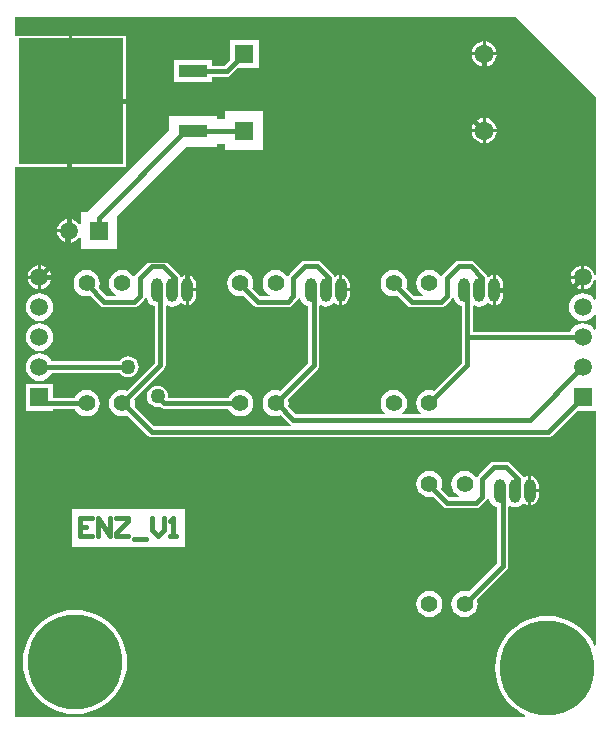
<source format=gtl>
G04*
G04 #@! TF.GenerationSoftware,Altium Limited,Altium Designer,20.0.13 (296)*
G04*
G04 Layer_Physical_Order=1*
G04 Layer_Color=255*
%FSLAX25Y25*%
%MOIN*%
G70*
G01*
G75*
%ADD10R,0.35039X0.41929*%
%ADD11R,0.09449X0.04134*%
%ADD12C,0.01600*%
%ADD13C,0.01787*%
%ADD14O,0.03937X0.07874*%
%ADD15O,0.03937X0.07874*%
%ADD16C,0.05512*%
%ADD17C,0.31496*%
%ADD18C,0.06299*%
%ADD19R,0.06299X0.06299*%
%ADD20R,0.05906X0.05906*%
%ADD21C,0.05906*%
%ADD22R,0.05906X0.05906*%
%ADD23C,0.05000*%
G36*
X195321Y208028D02*
Y148827D01*
X194821Y148794D01*
X194796Y148985D01*
X194398Y149946D01*
X193764Y150772D01*
X192938Y151406D01*
X191977Y151804D01*
X191445Y151874D01*
Y147953D01*
Y144032D01*
X191977Y144102D01*
X192938Y144500D01*
X193764Y145134D01*
X194398Y145959D01*
X194796Y146921D01*
X194821Y147112D01*
X195321Y147079D01*
Y140543D01*
X194821Y140380D01*
X194192Y141200D01*
X193241Y141930D01*
X192133Y142388D01*
X190945Y142545D01*
X189756Y142388D01*
X188649Y141930D01*
X187698Y141200D01*
X186968Y140249D01*
X186509Y139141D01*
X186353Y137953D01*
X186509Y136764D01*
X186968Y135657D01*
X187698Y134706D01*
X188649Y133976D01*
X189756Y133517D01*
X190945Y133361D01*
X192133Y133517D01*
X193241Y133976D01*
X194192Y134706D01*
X194821Y135526D01*
X195321Y135362D01*
Y130543D01*
X194821Y130380D01*
X194192Y131200D01*
X193241Y131930D01*
X192133Y132388D01*
X190945Y132545D01*
X189756Y132388D01*
X188649Y131930D01*
X187698Y131200D01*
X186968Y130249D01*
X186777Y129788D01*
X154316D01*
Y138264D01*
X154816Y138533D01*
X155486Y138256D01*
X156417Y138133D01*
X157349Y138256D01*
X158217Y138615D01*
X158962Y139187D01*
X159291Y139615D01*
X159300D01*
X159920Y139139D01*
X160642Y138840D01*
X160917Y138804D01*
Y143701D01*
Y148598D01*
X160642Y148561D01*
X159920Y148262D01*
X159730Y148116D01*
X159410Y148181D01*
X159179Y148324D01*
X159176Y148340D01*
X158778Y148935D01*
X154841Y152873D01*
X154246Y153270D01*
X153543Y153410D01*
X149606D01*
X148904Y153270D01*
X148309Y152873D01*
X144372Y148935D01*
X144009Y148393D01*
X143949Y148364D01*
X143776Y148333D01*
X143460Y148322D01*
X142870Y149091D01*
X141961Y149789D01*
X140901Y150228D01*
X139764Y150378D01*
X138627Y150228D01*
X137567Y149789D01*
X136657Y149091D01*
X135959Y148181D01*
X135520Y147121D01*
X135370Y145984D01*
X135520Y144847D01*
X135959Y143788D01*
X136657Y142878D01*
X137567Y142179D01*
X137761Y142099D01*
X137662Y141599D01*
X134618D01*
X131955Y144263D01*
X132197Y144847D01*
X132346Y145984D01*
X132197Y147121D01*
X131758Y148181D01*
X131059Y149091D01*
X130149Y149789D01*
X129090Y150228D01*
X127953Y150378D01*
X126816Y150228D01*
X125756Y149789D01*
X124846Y149091D01*
X124148Y148181D01*
X123709Y147121D01*
X123559Y145984D01*
X123709Y144847D01*
X124148Y143788D01*
X124846Y142878D01*
X125756Y142179D01*
X126816Y141741D01*
X127953Y141591D01*
X129090Y141741D01*
X129229Y141798D01*
X132561Y138466D01*
X133156Y138068D01*
X133858Y137928D01*
X143701D01*
X144403Y138068D01*
X144999Y138466D01*
X146967Y140435D01*
X147365Y141030D01*
X147390Y141155D01*
X147896Y141138D01*
X147941Y140801D01*
X148300Y139933D01*
X148872Y139187D01*
X149618Y138615D01*
X150486Y138256D01*
X150645Y138235D01*
Y119461D01*
X141262Y110078D01*
X140901Y110228D01*
X139764Y110378D01*
X138627Y110228D01*
X137567Y109789D01*
X136657Y109091D01*
X135959Y108181D01*
X135520Y107121D01*
X135370Y105984D01*
X135520Y104847D01*
X135959Y103788D01*
X136657Y102878D01*
X136885Y102702D01*
X136725Y102229D01*
X130992D01*
X130831Y102702D01*
X131059Y102878D01*
X131758Y103788D01*
X132197Y104847D01*
X132346Y105984D01*
X132197Y107121D01*
X131758Y108181D01*
X131059Y109091D01*
X130149Y109789D01*
X129090Y110228D01*
X127953Y110378D01*
X126816Y110228D01*
X125756Y109789D01*
X124846Y109091D01*
X124148Y108181D01*
X123709Y107121D01*
X123559Y105984D01*
X123709Y104847D01*
X124148Y103788D01*
X124846Y102878D01*
X125074Y102702D01*
X124914Y102229D01*
X95248D01*
X92769Y104708D01*
X92826Y104847D01*
X92976Y105984D01*
X92826Y107121D01*
X92677Y107483D01*
X102597Y117403D01*
X102995Y117999D01*
X103135Y118701D01*
Y138264D01*
X103635Y138533D01*
X104305Y138256D01*
X105236Y138133D01*
X106168Y138256D01*
X107036Y138615D01*
X107781Y139187D01*
X108110Y139615D01*
X108119D01*
X108739Y139139D01*
X109461Y138840D01*
X109736Y138804D01*
Y143701D01*
Y148598D01*
X109461Y148561D01*
X108739Y148262D01*
X108549Y148116D01*
X108229Y148181D01*
X107998Y148324D01*
X107995Y148340D01*
X107597Y148935D01*
X103660Y152873D01*
X103065Y153270D01*
X102362Y153410D01*
X98425D01*
X97723Y153270D01*
X97127Y152873D01*
X93190Y148935D01*
X92828Y148393D01*
X92768Y148364D01*
X92595Y148333D01*
X92279Y148322D01*
X91689Y149091D01*
X90779Y149789D01*
X89720Y150228D01*
X88583Y150378D01*
X87446Y150228D01*
X86386Y149789D01*
X85476Y149091D01*
X84778Y148181D01*
X84339Y147121D01*
X84189Y145984D01*
X84339Y144847D01*
X84778Y143788D01*
X85476Y142878D01*
X86386Y142179D01*
X86580Y142099D01*
X86480Y141599D01*
X83437D01*
X80774Y144263D01*
X81015Y144847D01*
X81165Y145984D01*
X81015Y147121D01*
X80576Y148181D01*
X79878Y149091D01*
X78968Y149789D01*
X77909Y150228D01*
X76772Y150378D01*
X75634Y150228D01*
X74575Y149789D01*
X73665Y149091D01*
X72967Y148181D01*
X72528Y147121D01*
X72378Y145984D01*
X72528Y144847D01*
X72967Y143788D01*
X73665Y142878D01*
X74575Y142179D01*
X75634Y141741D01*
X76772Y141591D01*
X77909Y141741D01*
X78048Y141798D01*
X81379Y138466D01*
X81975Y138068D01*
X82677Y137928D01*
X92520D01*
X93222Y138068D01*
X93817Y138466D01*
X95786Y140435D01*
X96184Y141030D01*
X96209Y141155D01*
X96715Y141138D01*
X96760Y140801D01*
X97119Y139933D01*
X97691Y139187D01*
X98437Y138615D01*
X99305Y138256D01*
X99464Y138235D01*
Y119461D01*
X90081Y110078D01*
X89720Y110228D01*
X88583Y110378D01*
X87446Y110228D01*
X86386Y109789D01*
X85476Y109091D01*
X84778Y108181D01*
X84339Y107121D01*
X84189Y105984D01*
X84339Y104847D01*
X84778Y103788D01*
X85476Y102878D01*
X86386Y102179D01*
X87446Y101741D01*
X88583Y101591D01*
X89720Y101741D01*
X90304Y101982D01*
X93190Y99096D01*
X93646Y98792D01*
X93494Y98292D01*
X48004D01*
X41588Y104708D01*
X41645Y104847D01*
X41795Y105984D01*
X41645Y107121D01*
X41496Y107483D01*
X51416Y117403D01*
X51814Y117999D01*
X51953Y118701D01*
Y138264D01*
X52453Y138533D01*
X53124Y138256D01*
X54055Y138133D01*
X54987Y138256D01*
X55855Y138615D01*
X56600Y139187D01*
X56928Y139615D01*
X56938D01*
X57558Y139139D01*
X58280Y138840D01*
X58555Y138804D01*
Y143701D01*
Y148598D01*
X58280Y148561D01*
X57558Y148262D01*
X57368Y148116D01*
X57048Y148181D01*
X56817Y148324D01*
X56814Y148340D01*
X56416Y148935D01*
X52479Y152873D01*
X51883Y153270D01*
X51181Y153410D01*
X47244D01*
X46542Y153270D01*
X45946Y152873D01*
X42009Y148935D01*
X41647Y148393D01*
X41587Y148364D01*
X41414Y148333D01*
X41098Y148322D01*
X40508Y149091D01*
X39598Y149789D01*
X38539Y150228D01*
X37402Y150378D01*
X36264Y150228D01*
X35205Y149789D01*
X34295Y149091D01*
X33597Y148181D01*
X33158Y147121D01*
X33008Y145984D01*
X33158Y144847D01*
X33597Y143788D01*
X34295Y142878D01*
X35205Y142179D01*
X35399Y142099D01*
X35299Y141599D01*
X32256D01*
X29592Y144263D01*
X29834Y144847D01*
X29984Y145984D01*
X29834Y147121D01*
X29395Y148181D01*
X28697Y149091D01*
X27787Y149789D01*
X26728Y150228D01*
X25591Y150378D01*
X24453Y150228D01*
X23394Y149789D01*
X22484Y149091D01*
X21786Y148181D01*
X21347Y147121D01*
X21197Y145984D01*
X21347Y144847D01*
X21786Y143788D01*
X22484Y142878D01*
X23394Y142179D01*
X24453Y141741D01*
X25591Y141591D01*
X26728Y141741D01*
X26866Y141798D01*
X30198Y138466D01*
X30794Y138068D01*
X31496Y137928D01*
X41339D01*
X42041Y138068D01*
X42636Y138466D01*
X44605Y140435D01*
X45003Y141030D01*
X45028Y141155D01*
X45534Y141138D01*
X45579Y140801D01*
X45938Y139933D01*
X46510Y139187D01*
X47256Y138615D01*
X48124Y138256D01*
X48283Y138235D01*
Y119461D01*
X38900Y110078D01*
X38539Y110228D01*
X37402Y110378D01*
X36264Y110228D01*
X35205Y109789D01*
X34295Y109091D01*
X33597Y108181D01*
X33158Y107121D01*
X33008Y105984D01*
X33158Y104847D01*
X33597Y103788D01*
X34295Y102878D01*
X35205Y102179D01*
X36264Y101741D01*
X37402Y101591D01*
X38539Y101741D01*
X39123Y101982D01*
X45946Y95159D01*
X46542Y94761D01*
X47244Y94621D01*
X179449D01*
X180151Y94761D01*
X180746Y95159D01*
X188988Y103400D01*
X195321D01*
Y25246D01*
X194821Y25130D01*
X194190Y26409D01*
X192927Y28300D01*
X191427Y30010D01*
X189717Y31509D01*
X187827Y32773D01*
X185787Y33778D01*
X183633Y34509D01*
X181403Y34953D01*
X179134Y35102D01*
X176865Y34953D01*
X174634Y34509D01*
X172481Y33778D01*
X170441Y32773D01*
X168550Y31509D01*
X166841Y30010D01*
X165341Y28300D01*
X164078Y26409D01*
X163072Y24370D01*
X162341Y22216D01*
X161897Y19986D01*
X161749Y17717D01*
X161897Y15447D01*
X162341Y13217D01*
X163072Y11063D01*
X164078Y9024D01*
X165341Y7133D01*
X166841Y5423D01*
X168550Y3924D01*
X170441Y2661D01*
X171721Y2029D01*
X171604Y1529D01*
X1529D01*
Y184165D01*
X1756Y184571D01*
X2029Y184571D01*
X19776D01*
Y206535D01*
Y228500D01*
X2029D01*
X1756Y228500D01*
X1529Y228906D01*
Y234691D01*
X168658D01*
X195321Y208028D01*
D02*
G37*
%LPC*%
G36*
X158610Y226560D02*
Y222941D01*
X162230D01*
X162153Y223524D01*
X161735Y224534D01*
X161070Y225400D01*
X160203Y226066D01*
X159194Y226484D01*
X158610Y226560D01*
D02*
G37*
G36*
X157610D02*
X157027Y226484D01*
X156017Y226066D01*
X155151Y225400D01*
X154486Y224534D01*
X154067Y223524D01*
X153991Y222941D01*
X157610D01*
Y226560D01*
D02*
G37*
G36*
X82860Y227190D02*
X73361D01*
Y220287D01*
X71445Y218371D01*
X67348D01*
Y220202D01*
X54699D01*
Y212868D01*
X67348D01*
Y214700D01*
X72205D01*
X72907Y214840D01*
X73502Y215238D01*
X75956Y217691D01*
X82860D01*
Y227190D01*
D02*
G37*
G36*
X162230Y221941D02*
X158610D01*
Y218321D01*
X159194Y218398D01*
X160203Y218816D01*
X161070Y219481D01*
X161735Y220348D01*
X162153Y221358D01*
X162230Y221941D01*
D02*
G37*
G36*
X157610D02*
X153991D01*
X154067Y221358D01*
X154486Y220348D01*
X155151Y219481D01*
X156017Y218816D01*
X157027Y218398D01*
X157610Y218321D01*
Y221941D01*
D02*
G37*
G36*
X20776Y228500D02*
Y207035D01*
X38795D01*
Y228500D01*
X20776D01*
D02*
G37*
G36*
X84460Y203200D02*
X71761D01*
Y200570D01*
X68948D01*
Y201802D01*
X53099D01*
Y196974D01*
X26675Y170550D01*
X26034Y169714D01*
X25961Y169539D01*
X23532D01*
Y165686D01*
X23032Y165517D01*
X22504Y166205D01*
X21678Y166839D01*
X20717Y167237D01*
X20185Y167307D01*
Y163386D01*
Y159465D01*
X20717Y159535D01*
X21678Y159933D01*
X22504Y160567D01*
X23032Y161255D01*
X23532Y161085D01*
Y157233D01*
X35838D01*
Y168301D01*
X58805Y191269D01*
X68948D01*
Y192501D01*
X71761D01*
Y190501D01*
X84460D01*
Y203200D01*
D02*
G37*
G36*
X158610Y200970D02*
Y197350D01*
X162230D01*
X162153Y197934D01*
X161735Y198943D01*
X161070Y199810D01*
X160203Y200475D01*
X159194Y200893D01*
X158610Y200970D01*
D02*
G37*
G36*
X157610D02*
X157027Y200893D01*
X156017Y200475D01*
X155151Y199810D01*
X154486Y198943D01*
X154067Y197934D01*
X153991Y197350D01*
X157610D01*
Y200970D01*
D02*
G37*
G36*
X162230Y196350D02*
X158610D01*
Y192731D01*
X159194Y192808D01*
X160203Y193226D01*
X161070Y193891D01*
X161735Y194758D01*
X162153Y195767D01*
X162230Y196350D01*
D02*
G37*
G36*
X157610D02*
X153991D01*
X154067Y195767D01*
X154486Y194758D01*
X155151Y193891D01*
X156017Y193226D01*
X157027Y192808D01*
X157610Y192731D01*
Y196350D01*
D02*
G37*
G36*
X38795Y206035D02*
X20776D01*
Y184571D01*
X38795D01*
Y206035D01*
D02*
G37*
G36*
X19185Y167307D02*
X18653Y167237D01*
X17692Y166839D01*
X16866Y166205D01*
X16232Y165379D01*
X15834Y164418D01*
X15764Y163886D01*
X19185D01*
Y167307D01*
D02*
G37*
G36*
Y162886D02*
X15764D01*
X15834Y162354D01*
X16232Y161392D01*
X16866Y160567D01*
X17692Y159933D01*
X18653Y159535D01*
X19185Y159465D01*
Y162886D01*
D02*
G37*
G36*
X10343Y151874D02*
Y148453D01*
X13764D01*
X13693Y148985D01*
X13295Y149946D01*
X12662Y150772D01*
X11836Y151406D01*
X10874Y151804D01*
X10343Y151874D01*
D02*
G37*
G36*
X9342D02*
X8811Y151804D01*
X7849Y151406D01*
X7023Y150772D01*
X6390Y149946D01*
X5991Y148985D01*
X5922Y148453D01*
X9342D01*
Y151874D01*
D02*
G37*
G36*
X190445D02*
X189913Y151804D01*
X188951Y151406D01*
X188126Y150772D01*
X187492Y149946D01*
X187094Y148985D01*
X187024Y148453D01*
X190445D01*
Y151874D01*
D02*
G37*
G36*
X161917Y148598D02*
Y144201D01*
X164411D01*
Y145669D01*
X164309Y146444D01*
X164010Y147166D01*
X163534Y147786D01*
X162914Y148262D01*
X162192Y148561D01*
X161917Y148598D01*
D02*
G37*
G36*
X110736D02*
Y144201D01*
X113230D01*
Y145669D01*
X113128Y146444D01*
X112829Y147166D01*
X112353Y147786D01*
X111733Y148262D01*
X111011Y148561D01*
X110736Y148598D01*
D02*
G37*
G36*
X59555D02*
Y144201D01*
X62049D01*
Y145669D01*
X61947Y146444D01*
X61648Y147166D01*
X61172Y147786D01*
X60552Y148262D01*
X59830Y148561D01*
X59555Y148598D01*
D02*
G37*
G36*
X13764Y147453D02*
X10343D01*
Y144032D01*
X10874Y144102D01*
X11836Y144500D01*
X12662Y145134D01*
X13295Y145959D01*
X13693Y146921D01*
X13764Y147453D01*
D02*
G37*
G36*
X9342D02*
X5922D01*
X5991Y146921D01*
X6390Y145959D01*
X7023Y145134D01*
X7849Y144500D01*
X8811Y144102D01*
X9342Y144032D01*
Y147453D01*
D02*
G37*
G36*
X190445D02*
X187024D01*
X187094Y146921D01*
X187492Y145959D01*
X188126Y145134D01*
X188951Y144500D01*
X189913Y144102D01*
X190445Y144032D01*
Y147453D01*
D02*
G37*
G36*
X62049Y143201D02*
X59555D01*
Y138804D01*
X59830Y138840D01*
X60552Y139139D01*
X61172Y139615D01*
X61648Y140235D01*
X61947Y140957D01*
X62049Y141732D01*
Y143201D01*
D02*
G37*
G36*
X113230Y143201D02*
X110736D01*
Y138804D01*
X111011Y138840D01*
X111733Y139139D01*
X112353Y139615D01*
X112829Y140235D01*
X113128Y140957D01*
X113230Y141732D01*
Y143201D01*
D02*
G37*
G36*
X164411D02*
X161917D01*
Y138804D01*
X162192Y138840D01*
X162914Y139139D01*
X163534Y139615D01*
X164010Y140235D01*
X164309Y140957D01*
X164411Y141732D01*
Y143201D01*
D02*
G37*
G36*
X9843Y142545D02*
X8654Y142388D01*
X7547Y141930D01*
X6595Y141200D01*
X5866Y140249D01*
X5407Y139141D01*
X5251Y137953D01*
X5407Y136764D01*
X5866Y135657D01*
X6595Y134706D01*
X7547Y133976D01*
X8654Y133517D01*
X9843Y133361D01*
X11031Y133517D01*
X12139Y133976D01*
X13090Y134706D01*
X13819Y135657D01*
X14278Y136764D01*
X14435Y137953D01*
X14278Y139141D01*
X13819Y140249D01*
X13090Y141200D01*
X12139Y141930D01*
X11031Y142388D01*
X9843Y142545D01*
D02*
G37*
G36*
Y132545D02*
X8654Y132388D01*
X7547Y131930D01*
X6595Y131200D01*
X5866Y130249D01*
X5407Y129141D01*
X5251Y127953D01*
X5407Y126764D01*
X5866Y125657D01*
X6595Y124706D01*
X7547Y123976D01*
X8654Y123517D01*
X9843Y123361D01*
X11031Y123517D01*
X12139Y123976D01*
X13090Y124706D01*
X13819Y125657D01*
X14278Y126764D01*
X14435Y127953D01*
X14278Y129141D01*
X13819Y130249D01*
X13090Y131200D01*
X12139Y131930D01*
X11031Y132388D01*
X9843Y132545D01*
D02*
G37*
G36*
Y122545D02*
X8654Y122388D01*
X7547Y121930D01*
X6595Y121200D01*
X5866Y120249D01*
X5407Y119141D01*
X5251Y117953D01*
X5407Y116764D01*
X5866Y115657D01*
X6595Y114706D01*
X7547Y113976D01*
X8654Y113517D01*
X9843Y113361D01*
X11031Y113517D01*
X12139Y113976D01*
X13090Y114706D01*
X13819Y115657D01*
X14043Y116196D01*
X36427D01*
X36874Y115614D01*
X37605Y115053D01*
X38456Y114700D01*
X39370Y114580D01*
X40284Y114700D01*
X41135Y115053D01*
X41866Y115614D01*
X42427Y116345D01*
X42780Y117197D01*
X42900Y118110D01*
X42780Y119024D01*
X42427Y119875D01*
X41866Y120607D01*
X41135Y121168D01*
X40284Y121520D01*
X39370Y121640D01*
X38456Y121520D01*
X37605Y121168D01*
X36874Y120607D01*
X36313Y119875D01*
X36309Y119867D01*
X13978D01*
X13819Y120249D01*
X13090Y121200D01*
X12139Y121930D01*
X11031Y122388D01*
X9843Y122545D01*
D02*
G37*
G36*
X49213Y111798D02*
X48299Y111678D01*
X47447Y111325D01*
X46716Y110764D01*
X46155Y110033D01*
X45803Y109181D01*
X45682Y108268D01*
X45803Y107354D01*
X46155Y106503D01*
X46716Y105772D01*
X47447Y105210D01*
X48299Y104858D01*
X49213Y104737D01*
X50039Y104846D01*
X50198Y104686D01*
X50794Y104289D01*
X51496Y104149D01*
X72817D01*
X72967Y103788D01*
X73665Y102878D01*
X74575Y102179D01*
X75634Y101741D01*
X76772Y101591D01*
X77909Y101741D01*
X78968Y102179D01*
X79878Y102878D01*
X80576Y103788D01*
X81015Y104847D01*
X81165Y105984D01*
X81015Y107121D01*
X80576Y108181D01*
X79878Y109091D01*
X78968Y109789D01*
X77909Y110228D01*
X76772Y110378D01*
X75634Y110228D01*
X74575Y109789D01*
X73665Y109091D01*
X72967Y108181D01*
X72817Y107819D01*
X53063D01*
X52733Y108195D01*
X52743Y108268D01*
X52622Y109181D01*
X52270Y110033D01*
X51709Y110764D01*
X50978Y111325D01*
X50126Y111678D01*
X49213Y111798D01*
D02*
G37*
G36*
X14395Y112505D02*
X5290D01*
Y103400D01*
X14395D01*
Y104149D01*
X21636D01*
X21786Y103788D01*
X22484Y102878D01*
X23394Y102179D01*
X24453Y101741D01*
X25591Y101591D01*
X26728Y101741D01*
X27787Y102179D01*
X28697Y102878D01*
X29395Y103788D01*
X29834Y104847D01*
X29984Y105984D01*
X29834Y107121D01*
X29395Y108181D01*
X28697Y109091D01*
X27787Y109789D01*
X26728Y110228D01*
X25591Y110378D01*
X24453Y110228D01*
X23394Y109789D01*
X22484Y109091D01*
X21786Y108181D01*
X21636Y107819D01*
X14395D01*
Y112505D01*
D02*
G37*
G36*
X165354Y86481D02*
X161417D01*
X160715Y86341D01*
X160120Y85943D01*
X156183Y82006D01*
X155820Y81464D01*
X155760Y81435D01*
X155587Y81404D01*
X155271Y81393D01*
X154682Y82162D01*
X153771Y82860D01*
X152712Y83299D01*
X151575Y83449D01*
X150438Y83299D01*
X149378Y82860D01*
X148468Y82162D01*
X147770Y81252D01*
X147331Y80192D01*
X147181Y79055D01*
X147331Y77918D01*
X147770Y76858D01*
X148468Y75949D01*
X149378Y75250D01*
X149572Y75170D01*
X149473Y74670D01*
X146430D01*
X143766Y77334D01*
X144008Y77918D01*
X144157Y79055D01*
X144008Y80192D01*
X143569Y81252D01*
X142870Y82162D01*
X141961Y82860D01*
X140901Y83299D01*
X139764Y83449D01*
X138627Y83299D01*
X137567Y82860D01*
X136657Y82162D01*
X135959Y81252D01*
X135520Y80192D01*
X135370Y79055D01*
X135520Y77918D01*
X135959Y76858D01*
X136657Y75949D01*
X137567Y75250D01*
X138627Y74811D01*
X139764Y74662D01*
X140901Y74811D01*
X141040Y74869D01*
X144372Y71537D01*
X144967Y71139D01*
X145669Y70999D01*
X155512D01*
X156214Y71139D01*
X156809Y71537D01*
X158778Y73505D01*
X159176Y74101D01*
X159201Y74226D01*
X159707Y74209D01*
X159752Y73872D01*
X160111Y73004D01*
X160683Y72258D01*
X161429Y71686D01*
X162297Y71327D01*
X162456Y71306D01*
Y52532D01*
X153073Y43149D01*
X152712Y43299D01*
X151575Y43449D01*
X150438Y43299D01*
X149378Y42860D01*
X148468Y42162D01*
X147770Y41252D01*
X147331Y40192D01*
X147181Y39055D01*
X147331Y37918D01*
X147770Y36858D01*
X148468Y35949D01*
X149378Y35250D01*
X150438Y34811D01*
X151575Y34662D01*
X152712Y34811D01*
X153771Y35250D01*
X154682Y35949D01*
X155380Y36858D01*
X155819Y37918D01*
X155968Y39055D01*
X155819Y40192D01*
X155669Y40554D01*
X165589Y50474D01*
X165987Y51069D01*
X166127Y51772D01*
Y71335D01*
X166627Y71604D01*
X167297Y71327D01*
X168228Y71204D01*
X169160Y71327D01*
X170028Y71686D01*
X170773Y72258D01*
X171102Y72686D01*
X171111D01*
X171731Y72210D01*
X172453Y71911D01*
X172728Y71875D01*
Y76772D01*
Y81669D01*
X172453Y81632D01*
X171731Y81333D01*
X171541Y81187D01*
X171221Y81252D01*
X170990Y81395D01*
X170987Y81411D01*
X170589Y82006D01*
X166652Y85943D01*
X166057Y86341D01*
X165940Y86364D01*
X165354Y86481D01*
D02*
G37*
G36*
X173728Y81669D02*
Y77272D01*
X176223D01*
Y78740D01*
X176120Y79515D01*
X175821Y80237D01*
X175346Y80857D01*
X174725Y81333D01*
X174003Y81632D01*
X173728Y81669D01*
D02*
G37*
G36*
X176223Y76272D02*
X173728D01*
Y71875D01*
X174003Y71911D01*
X174725Y72210D01*
X175346Y72686D01*
X175821Y73306D01*
X176120Y74028D01*
X176223Y74803D01*
Y76272D01*
D02*
G37*
G36*
X58218Y70628D02*
X20653D01*
Y58055D01*
X58218D01*
Y70628D01*
D02*
G37*
G36*
X139764Y43449D02*
X138627Y43299D01*
X137567Y42860D01*
X136657Y42162D01*
X135959Y41252D01*
X135520Y40192D01*
X135370Y39055D01*
X135520Y37918D01*
X135959Y36858D01*
X136657Y35949D01*
X137567Y35250D01*
X138627Y34811D01*
X139764Y34662D01*
X140901Y34811D01*
X141961Y35250D01*
X142870Y35949D01*
X143569Y36858D01*
X144008Y37918D01*
X144157Y39055D01*
X144008Y40192D01*
X143569Y41252D01*
X142870Y42162D01*
X141961Y42860D01*
X140901Y43299D01*
X139764Y43449D01*
D02*
G37*
G36*
X21654Y37070D02*
X19384Y36922D01*
X17154Y36478D01*
X15000Y35747D01*
X12961Y34741D01*
X11070Y33478D01*
X9360Y31978D01*
X7861Y30268D01*
X6598Y28378D01*
X5592Y26338D01*
X4861Y24185D01*
X4417Y21954D01*
X4268Y19685D01*
X4417Y17416D01*
X4861Y15185D01*
X5592Y13032D01*
X6598Y10992D01*
X7861Y9102D01*
X9360Y7392D01*
X11070Y5892D01*
X12961Y4629D01*
X15000Y3623D01*
X17154Y2892D01*
X19384Y2448D01*
X21654Y2300D01*
X23923Y2448D01*
X26153Y2892D01*
X28307Y3623D01*
X30346Y4629D01*
X32237Y5892D01*
X33947Y7392D01*
X35446Y9102D01*
X36710Y10992D01*
X37715Y13032D01*
X38446Y15185D01*
X38890Y17416D01*
X39039Y19685D01*
X38890Y21954D01*
X38446Y24185D01*
X37715Y26338D01*
X36710Y28378D01*
X35446Y30268D01*
X33947Y31978D01*
X32237Y33478D01*
X30346Y34741D01*
X28307Y35747D01*
X26153Y36478D01*
X23923Y36922D01*
X21654Y37070D01*
D02*
G37*
%LPD*%
D10*
X20276Y206535D02*
D03*
D11*
X61024Y216535D02*
D03*
Y196535D02*
D03*
D12*
X152480Y118701D02*
Y145669D01*
X153543Y127953D02*
X190945D01*
X161417Y143701D02*
X186693D01*
X190945Y147953D01*
X88583Y105984D02*
X88898D01*
X94488Y100394D01*
X173228D01*
X190787Y117953D02*
X190945D01*
X173228Y100394D02*
X190787Y117953D01*
X9843D02*
X9921Y118032D01*
X39291D01*
X39370Y118110D01*
X51496Y105984D02*
X76772D01*
X49213Y108268D02*
X51496Y105984D01*
X179449Y96457D02*
X190945Y107953D01*
X47244Y96457D02*
X179449D01*
X37402Y105984D02*
X37716D01*
X47244Y96457D01*
X11811Y105984D02*
X25591D01*
X9843Y107953D02*
X11811Y105984D01*
X25591Y153543D02*
X58118D01*
X59055Y143701D02*
X59055Y143701D01*
Y152606D01*
X58118Y153543D02*
X59055Y152606D01*
X9843Y147953D02*
X20000D01*
X25591Y153543D01*
X18861Y162562D02*
X19685Y163386D01*
X18861Y156972D02*
Y162562D01*
X9843Y147953D02*
X18861Y156972D01*
X139764Y105984D02*
X152480Y118701D01*
X149606Y151575D02*
X153543D01*
X157480Y147638D01*
X145669D02*
X149606Y151575D01*
X157480Y145669D02*
Y147638D01*
X145669Y141732D02*
Y147638D01*
X143701Y139764D02*
X145669Y141732D01*
X127953Y145669D02*
Y145984D01*
X133858Y139764D02*
X143701D01*
X127953Y145669D02*
X133858Y139764D01*
X101299Y118701D02*
Y145669D01*
X88583Y105984D02*
X101299Y118701D01*
X98425Y151575D02*
X102362D01*
X106299Y147638D01*
X94488D02*
X98425Y151575D01*
X106299Y145669D02*
Y147638D01*
X94488Y141732D02*
Y147638D01*
X92520Y139764D02*
X94488Y141732D01*
X76772Y145669D02*
Y145984D01*
X82677Y139764D02*
X92520D01*
X76772Y145669D02*
X82677Y139764D01*
X50118Y118701D02*
Y145669D01*
X37402Y105984D02*
X50118Y118701D01*
X47244Y151575D02*
X51181D01*
X55118Y147638D01*
X43307D02*
X47244Y151575D01*
X55118Y145669D02*
Y147638D01*
X43307Y141732D02*
Y147638D01*
X41339Y139764D02*
X43307Y141732D01*
X25591Y145669D02*
Y145984D01*
X31496Y139764D02*
X41339D01*
X25591Y145669D02*
X31496Y139764D01*
X158110Y216220D02*
Y222441D01*
X148425Y206535D02*
X158110Y216220D01*
X29528Y163543D02*
X29685Y163386D01*
X58366Y196535D02*
X61024D01*
X29528Y167697D02*
X58366Y196535D01*
X29528Y163543D02*
Y167697D01*
X19685Y205945D02*
X20276Y206535D01*
X19685Y163386D02*
Y205945D01*
X20276Y206535D02*
X148425D01*
X158110Y196850D01*
X61024Y196535D02*
X77795D01*
X78110Y196850D01*
X61024Y216535D02*
X72205D01*
X78110Y222441D01*
X139764Y78740D02*
Y79055D01*
Y78740D02*
X145669Y72835D01*
X155512D01*
X157480Y74803D01*
Y80709D01*
X161417Y84646D01*
X165354D01*
X169291Y78740D02*
Y80709D01*
X165354Y84646D02*
X169291Y80709D01*
X164291Y51772D02*
Y78740D01*
X151575Y39055D02*
X164291Y51772D01*
D13*
X27440Y67840D02*
X23441D01*
Y61842D01*
X27440D01*
X23441Y64841D02*
X25440D01*
X29439Y61842D02*
Y67840D01*
X33438Y61842D01*
Y67840D01*
X35437D02*
X39436D01*
Y66841D01*
X35437Y62842D01*
Y61842D01*
X39436D01*
X41435Y60843D02*
X45434D01*
X47433Y67840D02*
Y63841D01*
X49433Y61842D01*
X51432Y63841D01*
Y67840D01*
X53431Y61842D02*
X55431D01*
X54431D01*
Y67840D01*
X53431Y66841D01*
D14*
X151417Y143701D02*
D03*
X161417D02*
D03*
X100236D02*
D03*
X110236D02*
D03*
X49055D02*
D03*
X59055D02*
D03*
X163228Y76772D02*
D03*
X173228D02*
D03*
D15*
X156417Y143701D02*
D03*
X105236D02*
D03*
X54055D02*
D03*
X168228Y76772D02*
D03*
D16*
X139764Y105984D02*
D03*
Y145984D02*
D03*
X127953Y105984D02*
D03*
Y145984D02*
D03*
X88583Y105984D02*
D03*
Y145984D02*
D03*
X76772Y105984D02*
D03*
Y145984D02*
D03*
X37402Y105984D02*
D03*
Y145984D02*
D03*
X25591Y105984D02*
D03*
Y145984D02*
D03*
X151575Y39055D02*
D03*
Y79055D02*
D03*
X139764Y39055D02*
D03*
Y79055D02*
D03*
D17*
X179134Y17717D02*
D03*
X21654Y19685D02*
D03*
D18*
X158110Y222441D02*
D03*
Y196850D02*
D03*
D19*
X78110Y222441D02*
D03*
Y196850D02*
D03*
D20*
X29685Y163386D02*
D03*
D21*
X19685D02*
D03*
X9843Y147953D02*
D03*
Y137953D02*
D03*
Y127953D02*
D03*
Y117953D02*
D03*
X190945Y147953D02*
D03*
Y137953D02*
D03*
Y127953D02*
D03*
Y117953D02*
D03*
D22*
X9843Y107953D02*
D03*
X190945D02*
D03*
D23*
X39370Y118110D02*
D03*
X49213Y108268D02*
D03*
M02*

</source>
